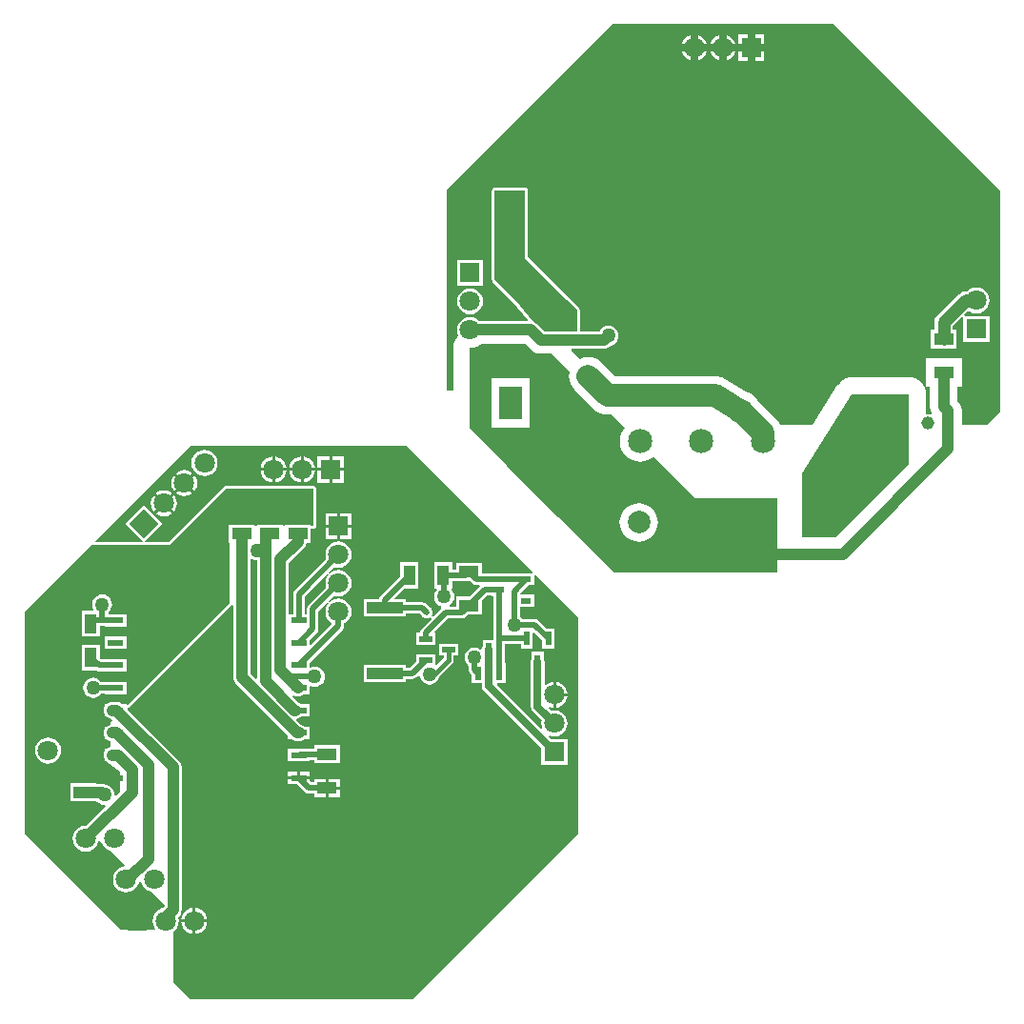
<source format=gtl>
G04 Layer_Physical_Order=1*
G04 Layer_Color=255*
%FSLAX44Y44*%
%MOMM*%
G71*
G01*
G75*
%ADD10R,1.1572X0.5426*%
%ADD11R,1.1120X1.8034*%
%ADD12R,3.2004X1.0128*%
%ADD13R,0.4032X0.3556*%
%ADD14R,1.8034X1.1120*%
%ADD15R,0.9144X0.5588*%
%ADD16R,0.5680X1.2588*%
%ADD17R,1.4000X0.6000*%
%ADD18C,2.0000*%
%ADD19C,1.1000*%
%ADD20C,1.0000*%
%ADD21C,0.5000*%
%ADD22C,0.4000*%
%ADD23C,0.7000*%
%ADD24C,1.8000*%
%ADD25R,1.8000X1.8000*%
%ADD26P,2.5456X4X90.0*%
%ADD27R,1.8000X1.8000*%
%ADD28C,1.1684*%
%ADD29C,2.0000*%
%ADD30C,2.1590*%
%ADD31R,2.0000X2.0000*%
%ADD32R,2.0000X3.0000*%
%ADD33C,1.5000*%
%ADD34C,0.7000*%
%ADD35C,1.2700*%
G36*
X274360Y381697D02*
X272920Y379820D01*
X271757Y377012D01*
X271360Y374000D01*
X271757Y370987D01*
X272039Y370306D01*
X256366Y354634D01*
X255252Y352966D01*
X254861Y351000D01*
Y346540D01*
X252953D01*
Y362085D01*
X273403Y382536D01*
X274360Y381697D01*
D02*
G37*
G36*
X790000Y480000D02*
X725000Y415000D01*
X695000D01*
X695000Y471250D01*
X739517Y542000D01*
X790000D01*
Y480000D01*
D02*
G37*
G36*
X387443Y375858D02*
X399833D01*
X401824Y373866D01*
X403491Y372752D01*
X405458Y372361D01*
X408256D01*
X408782Y371091D01*
X399833Y362142D01*
X387443D01*
Y353139D01*
X382047D01*
X381867Y353488D01*
X381710Y354409D01*
X383340Y355660D01*
X384765Y357517D01*
X385661Y359679D01*
X385967Y362000D01*
X385661Y364321D01*
X384765Y366483D01*
X383469Y368173D01*
X383628Y368829D01*
X383990Y369443D01*
X384058D01*
Y375861D01*
X387443D01*
Y375858D01*
D02*
G37*
G36*
X454441Y581401D02*
X456948Y579478D01*
X459867Y578269D01*
X463000Y577856D01*
X472144D01*
X488344Y561656D01*
X488246Y561333D01*
X487917Y558000D01*
X488246Y554667D01*
X489218Y551463D01*
X490796Y548510D01*
X492921Y545921D01*
X509921Y528921D01*
X509921Y528921D01*
X512509Y526797D01*
X515463Y525218D01*
X518667Y524246D01*
X522000Y523918D01*
X526082D01*
X537905Y512095D01*
X536132Y509934D01*
X534480Y506843D01*
X533462Y503488D01*
X533119Y500000D01*
X533462Y496511D01*
X534480Y493157D01*
X536132Y490066D01*
X538356Y487356D01*
X541066Y485132D01*
X544157Y483480D01*
X547512Y482462D01*
X551000Y482119D01*
X554488Y482462D01*
X557843Y483480D01*
X560934Y485132D01*
X563095Y486905D01*
X600089Y449911D01*
X672919Y449911D01*
X672988Y384240D01*
X672091Y383341D01*
X528455D01*
X480898Y430898D01*
X479171Y432224D01*
X478497Y432503D01*
X432503Y478497D01*
X432224Y479171D01*
X430898Y480898D01*
X400000Y511796D01*
Y583123D01*
X403136Y583432D01*
X406153Y584346D01*
X408932Y585832D01*
X410473Y587096D01*
X448746D01*
X454441Y581401D01*
D02*
G37*
G36*
X455896Y384104D02*
X455370Y382834D01*
X442826D01*
Y382639D01*
X410557D01*
Y392058D01*
X387443D01*
Y386139D01*
X384058D01*
Y392557D01*
X367858D01*
Y369443D01*
X370010D01*
X370372Y368829D01*
X370531Y368173D01*
X369235Y366483D01*
X368339Y364321D01*
X368033Y362000D01*
X368339Y359679D01*
X369235Y357517D01*
X370660Y355660D01*
X372517Y354235D01*
X374078Y353588D01*
X373937Y352318D01*
X373937D01*
Y350711D01*
X367481Y344256D01*
X366306Y344694D01*
X366103Y345807D01*
X366255Y346034D01*
X366646Y348000D01*
X366255Y349967D01*
X366063Y350253D01*
Y352318D01*
X364456D01*
X361201Y355574D01*
X359534Y356688D01*
X357567Y357079D01*
X342542D01*
Y359544D01*
X333513D01*
X333027Y360717D01*
X341752Y369443D01*
X354142D01*
Y392557D01*
X337942D01*
Y380167D01*
X320366Y362592D01*
X319252Y360924D01*
X318978Y359544D01*
X305458D01*
Y344336D01*
X342542D01*
Y346801D01*
X355438D01*
X356951Y345289D01*
Y343682D01*
X358898D01*
X359540Y343252D01*
X361507Y342861D01*
X363474Y343252D01*
X363938Y343563D01*
X364892Y343373D01*
X365341Y342116D01*
X357046Y333821D01*
X355933Y332154D01*
X355541Y330187D01*
Y329778D01*
X352354D01*
Y319272D01*
X369006D01*
Y329778D01*
X369006D01*
X368576Y330816D01*
X380622Y342861D01*
X392958D01*
X394925Y343252D01*
X396592Y344366D01*
X398167Y345942D01*
X410557D01*
Y358332D01*
X415087Y362861D01*
X418950D01*
Y362666D01*
X420861D01*
Y323662D01*
X411120D01*
Y317648D01*
X410811Y317185D01*
X410533Y315792D01*
X409134Y315265D01*
X408483Y315765D01*
X406320Y316661D01*
X403999Y316966D01*
X401678Y316661D01*
X399516Y315765D01*
X397659Y314340D01*
X396234Y312483D01*
X395338Y310320D01*
X395033Y307999D01*
X395338Y305679D01*
X396234Y303516D01*
X397659Y301659D01*
X398861Y300737D01*
Y297001D01*
X399252Y295034D01*
X400366Y293367D01*
X401620Y292113D01*
Y285166D01*
X410342D01*
Y282500D01*
X410811Y280143D01*
X412145Y278145D01*
X463510Y226781D01*
Y212410D01*
X486590D01*
Y235490D01*
X472219D01*
X470227Y237482D01*
X470946Y238559D01*
X472037Y238107D01*
X475050Y237710D01*
X478063Y238107D01*
X480870Y239270D01*
X483280Y241120D01*
X485130Y243530D01*
X486293Y246338D01*
X486689Y249350D01*
X486293Y252362D01*
X485130Y255170D01*
X483280Y257580D01*
X480870Y259430D01*
X478063Y260593D01*
X475050Y260989D01*
X472461Y260649D01*
X470227Y262882D01*
X470946Y263959D01*
X472037Y263507D01*
X473780Y263278D01*
Y274750D01*
Y286222D01*
X472037Y285993D01*
X469230Y284830D01*
X467428Y283447D01*
X466158Y284074D01*
Y304000D01*
X465690Y306357D01*
X465380Y306820D01*
Y312834D01*
X454620D01*
Y306820D01*
X454310Y306357D01*
X453842Y304000D01*
Y264400D01*
X454310Y262043D01*
X455645Y260045D01*
X463751Y251940D01*
X463410Y249350D01*
X463807Y246338D01*
X464259Y245246D01*
X463182Y244527D01*
X423813Y283896D01*
X424339Y285166D01*
X431380D01*
Y302834D01*
X431139D01*
Y319689D01*
X445120D01*
Y315994D01*
X455880D01*
Y329521D01*
X457053Y330008D01*
X464120Y322941D01*
Y315994D01*
X474880D01*
Y333662D01*
X467933D01*
X460962Y340634D01*
X459295Y341748D01*
X457328Y342139D01*
X446261D01*
X445340Y343340D01*
X444138Y344262D01*
Y353166D01*
X457050D01*
Y363834D01*
X445335D01*
X444809Y365104D01*
X451871Y372166D01*
X457050D01*
Y381154D01*
X458320Y381680D01*
X496115Y343885D01*
Y150877D01*
X349123Y3885D01*
X151609D01*
X136120Y19373D01*
Y64599D01*
X137580Y65720D01*
X139430Y68130D01*
X140593Y70938D01*
X140990Y73950D01*
X140593Y76963D01*
X140542Y77087D01*
X141498Y78043D01*
X142707Y79618D01*
X143466Y81452D01*
X143726Y83420D01*
Y210543D01*
X143466Y212511D01*
X142707Y214345D01*
X141498Y215920D01*
X95528Y261890D01*
X95588Y262292D01*
X96028Y263186D01*
X96704Y263321D01*
X97545Y263882D01*
X187831Y354169D01*
X188125Y354608D01*
X189395Y354223D01*
Y290417D01*
X189654Y288448D01*
X190414Y286614D01*
X191622Y285039D01*
X238274Y238387D01*
Y235460D01*
X241251D01*
X242614Y234414D01*
X244448Y233654D01*
X246417Y233395D01*
X247814D01*
X249782Y233654D01*
X251616Y234414D01*
X252980Y235460D01*
X257354D01*
Y246540D01*
X252980D01*
X251616Y247586D01*
X249857Y248315D01*
X245913Y252259D01*
X246368Y253599D01*
X246782Y253654D01*
X248617Y254414D01*
X249980Y255460D01*
X257354D01*
Y266540D01*
X249980D01*
X248617Y267586D01*
X248110Y267796D01*
X242251Y273655D01*
X243090Y274612D01*
X243348Y274414D01*
X245182Y273654D01*
X247151Y273395D01*
X249119Y273654D01*
X250953Y274414D01*
X252317Y275460D01*
X257354D01*
Y281926D01*
X258624Y282775D01*
X259679Y282338D01*
X261999Y282033D01*
X264320Y282338D01*
X266483Y283234D01*
X268340Y284659D01*
X269765Y286516D01*
X270661Y288679D01*
X270966Y290999D01*
X270661Y293320D01*
X269765Y295483D01*
X268340Y297340D01*
X266483Y298765D01*
X264320Y299661D01*
X261999Y299966D01*
X259679Y299661D01*
X258624Y299224D01*
X257354Y300072D01*
Y303273D01*
X286634Y332552D01*
X287748Y334219D01*
X288139Y336186D01*
Y338238D01*
X288820Y338520D01*
X291230Y340370D01*
X293080Y342780D01*
X294243Y345588D01*
X294639Y348600D01*
X294243Y351613D01*
X293080Y354420D01*
X291230Y356830D01*
X288820Y358680D01*
X286012Y359843D01*
X283000Y360240D01*
X279988Y359843D01*
X277180Y358680D01*
X275303Y357240D01*
X274464Y358197D01*
X279306Y363039D01*
X279988Y362757D01*
X283000Y362360D01*
X286012Y362757D01*
X288820Y363920D01*
X291230Y365770D01*
X293080Y368180D01*
X294243Y370987D01*
X294639Y374000D01*
X294243Y377012D01*
X293080Y379820D01*
X291230Y382230D01*
X288820Y384080D01*
X286012Y385243D01*
X283000Y385639D01*
X279988Y385243D01*
X277180Y384080D01*
X275303Y382640D01*
X274464Y383596D01*
X279306Y388439D01*
X279988Y388157D01*
X283000Y387761D01*
X286012Y388157D01*
X288820Y389320D01*
X291230Y391170D01*
X293080Y393580D01*
X294243Y396387D01*
X294639Y399400D01*
X294243Y402413D01*
X293080Y405220D01*
X291230Y407630D01*
X288820Y409480D01*
X286012Y410643D01*
X283000Y411040D01*
X279988Y410643D01*
X277180Y409480D01*
X274770Y407630D01*
X272920Y405220D01*
X271757Y402413D01*
X271360Y399400D01*
X271757Y396387D01*
X272039Y395706D01*
X244180Y367848D01*
X243066Y366180D01*
X242675Y364214D01*
Y346540D01*
X238605D01*
Y391850D01*
X252378Y405622D01*
X253586Y407197D01*
X254346Y409032D01*
X254466Y409942D01*
X258557D01*
Y422410D01*
X261000D01*
X261991Y422607D01*
X262831Y423169D01*
X263393Y424009D01*
X263590Y425000D01*
Y458000D01*
X263393Y458991D01*
X262831Y459831D01*
X261991Y460393D01*
X261000Y460590D01*
X183000Y460590D01*
X182009Y460393D01*
X181169Y459831D01*
X131927Y410590D01*
X111706D01*
X111180Y411860D01*
X126360Y427039D01*
X110040Y443359D01*
X93720Y427039D01*
X108899Y411860D01*
X108373Y410590D01*
X67743Y410590D01*
X67257Y411763D01*
X151609Y496115D01*
X343885D01*
X455896Y384104D01*
D02*
G37*
G36*
X261000Y425000D02*
X258557D01*
Y426142D01*
X235443D01*
Y425000D01*
X233557D01*
Y426142D01*
X210443D01*
Y425000D01*
X208557D01*
Y426142D01*
X185443D01*
Y409942D01*
X186000D01*
Y356000D01*
X95713Y265713D01*
X94540Y266199D01*
Y266540D01*
X90829D01*
X89466Y267586D01*
X87632Y268346D01*
X85663Y268605D01*
X82000D01*
X80032Y268346D01*
X78197Y267586D01*
X76834Y266540D01*
X75460D01*
Y264863D01*
X75414Y264802D01*
X74654Y262968D01*
X74395Y261000D01*
X74654Y259032D01*
X75414Y257197D01*
X75460Y257137D01*
Y255460D01*
X76834D01*
X78197Y254414D01*
X80032Y253654D01*
X81646Y253442D01*
X82081Y252576D01*
X82125Y252125D01*
X80000Y250000D01*
Y248333D01*
X78197Y247586D01*
X76834Y246540D01*
X75460D01*
Y244863D01*
X75414Y244802D01*
X74654Y242968D01*
X74395Y241000D01*
X74654Y239032D01*
X75414Y237197D01*
X75460Y237137D01*
Y235460D01*
X76834D01*
X78197Y234414D01*
X80000Y233667D01*
Y228333D01*
X78197Y227586D01*
X76834Y226540D01*
X75460D01*
Y224863D01*
X75414Y224802D01*
X74654Y222968D01*
X74395Y221000D01*
X74654Y219032D01*
X75414Y217197D01*
X75460Y217137D01*
Y215460D01*
X76834D01*
X78197Y214414D01*
X80000Y213667D01*
Y212125D01*
X89000Y206500D01*
Y189151D01*
X85134Y185139D01*
X83930Y185720D01*
X83967Y186000D01*
X83661Y188321D01*
X82765Y190483D01*
X81340Y192340D01*
X79483Y193765D01*
X77321Y194661D01*
X76383Y194785D01*
X74926Y195388D01*
X72958Y195647D01*
X67557D01*
Y196142D01*
X44443D01*
Y179942D01*
X67557D01*
X67557Y179942D01*
X68698Y179630D01*
X70517Y178235D01*
X72679Y177339D01*
X75000Y177033D01*
X75641Y177118D01*
X76247Y175917D01*
X67913Y167269D01*
X59131Y158487D01*
X58350Y158590D01*
X55338Y158193D01*
X52530Y157030D01*
X50120Y155180D01*
X48270Y152770D01*
X47107Y149963D01*
X46710Y146950D01*
X47107Y143938D01*
X48270Y141130D01*
X50120Y138720D01*
X52530Y136870D01*
X55338Y135707D01*
X58350Y135310D01*
X61363Y135707D01*
X64170Y136870D01*
X66580Y138720D01*
X68430Y141130D01*
X69593Y143938D01*
X69693Y144696D01*
X70896Y145105D01*
X72821Y143179D01*
X73670Y141130D01*
X75520Y138720D01*
X77930Y136870D01*
X79979Y136021D01*
X92688Y123312D01*
X92280Y122109D01*
X91168Y121962D01*
X88361Y120800D01*
X85950Y118950D01*
X84100Y116539D01*
X82937Y113732D01*
X82541Y110720D01*
X82937Y107707D01*
X84100Y104900D01*
X85950Y102489D01*
X88361Y100639D01*
X91168Y99477D01*
X94180Y99080D01*
X97193Y99477D01*
X100000Y100639D01*
X102411Y102489D01*
X104261Y104900D01*
X105423Y107707D01*
X105548Y108656D01*
X106889Y109111D01*
X108369Y107631D01*
X109500Y104900D01*
X111350Y102489D01*
X113761Y100639D01*
X116492Y99508D01*
X128264Y87736D01*
Y86319D01*
X127259Y85314D01*
X126337Y85193D01*
X123530Y84030D01*
X121120Y82180D01*
X119270Y79770D01*
X118107Y76963D01*
X117710Y73950D01*
X118107Y70938D01*
X119270Y68130D01*
X120030Y67139D01*
X119469Y66000D01*
X89494D01*
X3885Y151609D01*
Y348391D01*
X63494Y408000D01*
X133000Y408000D01*
X183000Y458000D01*
X261000Y458000D01*
Y425000D01*
D02*
G37*
G36*
X871115Y723391D02*
Y526609D01*
X859506Y515000D01*
X836979D01*
Y527299D01*
X836566Y530431D01*
X835357Y533350D01*
X833434Y535857D01*
X833104Y536187D01*
Y548482D01*
X837017D01*
Y573602D01*
X804983D01*
Y548482D01*
X808896D01*
Y531174D01*
X809309Y528041D01*
X810518Y525122D01*
X810614Y524997D01*
X809813Y523954D01*
X809221Y524199D01*
X807033Y524487D01*
X806027Y524355D01*
X805073Y525192D01*
Y542000D01*
X804783Y544940D01*
X803925Y547768D01*
X802532Y550374D01*
X800658Y552658D01*
X798374Y554532D01*
X795768Y555925D01*
X792941Y556783D01*
X790000Y557073D01*
X739517D01*
X739311Y557052D01*
X739104Y557067D01*
X737841Y556908D01*
X736576Y556783D01*
X736378Y556723D01*
X736172Y556697D01*
X734965Y556294D01*
X733749Y555925D01*
X733566Y555827D01*
X733369Y555762D01*
X732264Y555132D01*
X731143Y554532D01*
X730983Y554401D01*
X730803Y554298D01*
X729842Y553465D01*
X728859Y552658D01*
X728727Y552497D01*
X728571Y552362D01*
X727792Y551357D01*
X726984Y550374D01*
X726887Y550191D01*
X726760Y550027D01*
X704720Y515000D01*
X675521D01*
X674403Y517090D01*
X672279Y519679D01*
X672279Y519679D01*
X656407Y535551D01*
X655668Y536934D01*
X653444Y539644D01*
X650734Y541868D01*
X647643Y543520D01*
X645380Y544206D01*
X626641Y555597D01*
X625461Y556165D01*
X624305Y556782D01*
X623954Y556889D01*
X623623Y557048D01*
X622354Y557374D01*
X621101Y557754D01*
X620736Y557790D01*
X620380Y557882D01*
X619072Y557954D01*
X617768Y558082D01*
X529075D01*
X517079Y570079D01*
X514490Y572203D01*
X511537Y573782D01*
X508332Y574754D01*
X505000Y575082D01*
X501667Y574754D01*
X498463Y573782D01*
X497857Y573458D01*
X490134Y581182D01*
X490620Y582355D01*
X518960D01*
X520928Y582614D01*
X521872Y583005D01*
X522762Y583374D01*
X524338Y584582D01*
X525060Y585304D01*
X525321Y585339D01*
X527483Y586235D01*
X529340Y587660D01*
X530765Y589517D01*
X531661Y591679D01*
X531967Y594000D01*
X531661Y596321D01*
X530765Y598483D01*
X529340Y600340D01*
X527483Y601765D01*
X525321Y602661D01*
X523000Y602967D01*
X520679Y602661D01*
X518517Y601765D01*
X516660Y600340D01*
X515235Y598483D01*
X514854Y597565D01*
X497590D01*
Y609000D01*
Y617000D01*
X497393Y617991D01*
X496831Y618831D01*
X487831Y627831D01*
X451590Y664073D01*
Y700000D01*
Y723000D01*
X451393Y723991D01*
X450831Y724831D01*
X449991Y725393D01*
X449000Y725590D01*
X422000D01*
X421009Y725393D01*
X420169Y724831D01*
X419607Y723991D01*
X419410Y723000D01*
Y644000D01*
X419607Y643009D01*
X420169Y642169D01*
X438086Y624252D01*
X451666Y607955D01*
X451128Y606805D01*
X408710D01*
X408230Y607430D01*
X405820Y609280D01*
X403013Y610443D01*
X400000Y610840D01*
X396987Y610443D01*
X394180Y609280D01*
X391770Y607430D01*
X389920Y605020D01*
X388757Y602212D01*
X388360Y599200D01*
X388757Y596188D01*
X389650Y594033D01*
X389342Y593781D01*
X388872Y593208D01*
X388349Y592685D01*
X387937Y592069D01*
X387468Y591497D01*
X387119Y590844D01*
X386707Y590228D01*
X386424Y589544D01*
X386075Y588891D01*
X385860Y588182D01*
X385576Y587498D01*
X385432Y586772D01*
X385217Y586063D01*
X385145Y585326D01*
X385000Y584600D01*
Y583859D01*
X384927Y583123D01*
Y545114D01*
X378885D01*
Y723391D01*
X526609Y871115D01*
X723391D01*
X871115Y723391D01*
D02*
G37*
G36*
X274360Y356297D02*
X272920Y354420D01*
X271757Y351613D01*
X271360Y348600D01*
X271757Y345588D01*
X272920Y342780D01*
X274770Y340370D01*
X276665Y338915D01*
X276921Y337374D01*
X258527Y318981D01*
X257354Y319466D01*
Y323273D01*
X263634Y329552D01*
X264748Y331219D01*
X265139Y333186D01*
Y348871D01*
X273403Y357136D01*
X274360Y356297D01*
D02*
G37*
G36*
X206517Y395235D02*
X208679Y394339D01*
X210395Y394113D01*
Y289436D01*
X209222Y288950D01*
X204605Y293567D01*
Y395101D01*
X205875Y395727D01*
X206517Y395235D01*
D02*
G37*
G36*
X449000Y700000D02*
Y663000D01*
X486000Y626000D01*
X495000Y617000D01*
Y609000D01*
Y597565D01*
X466150D01*
X459138Y604578D01*
X457562Y605786D01*
X456466Y606240D01*
X440000Y626000D01*
X422000Y644000D01*
Y723000D01*
X449000D01*
Y700000D01*
D02*
G37*
%LPC*%
G36*
X550000Y445082D02*
X546667Y444754D01*
X543463Y443782D01*
X540510Y442203D01*
X537921Y440079D01*
X535797Y437490D01*
X534218Y434537D01*
X533246Y431333D01*
X532918Y428000D01*
X533246Y424667D01*
X534218Y421463D01*
X535797Y418510D01*
X537921Y415921D01*
X540510Y413797D01*
X543463Y412218D01*
X546667Y411246D01*
X550000Y410918D01*
X553333Y411246D01*
X556537Y412218D01*
X559490Y413797D01*
X562079Y415921D01*
X564203Y418510D01*
X565782Y421463D01*
X566754Y424667D01*
X567082Y428000D01*
X566754Y431333D01*
X565782Y434537D01*
X564203Y437490D01*
X562079Y440079D01*
X559490Y442203D01*
X556537Y443782D01*
X553333Y444754D01*
X550000Y445082D01*
D02*
G37*
G36*
X453000Y556000D02*
X419000D01*
Y512000D01*
X453000D01*
Y556000D01*
D02*
G37*
G36*
X128000Y443204D02*
X120786Y435990D01*
X122180Y434920D01*
X124987Y433757D01*
X128000Y433360D01*
X131012Y433757D01*
X133820Y434920D01*
X135214Y435990D01*
X128000Y443204D01*
D02*
G37*
G36*
X294540Y436340D02*
X284270D01*
Y426070D01*
X294540D01*
Y436340D01*
D02*
G37*
G36*
X118990Y452214D02*
X117920Y450820D01*
X116757Y448013D01*
X116360Y445000D01*
X116757Y441987D01*
X117920Y439180D01*
X118990Y437786D01*
X126204Y445000D01*
X118990Y452214D01*
D02*
G37*
G36*
X137010D02*
X129796Y445000D01*
X137010Y437786D01*
X138080Y439180D01*
X139243Y441987D01*
X139640Y445000D01*
X139243Y448013D01*
X138080Y450820D01*
X137010Y452214D01*
D02*
G37*
G36*
X281730Y423530D02*
X271460D01*
Y413260D01*
X281730D01*
Y423530D01*
D02*
G37*
G36*
Y436340D02*
X271460D01*
Y426070D01*
X281730D01*
Y436340D01*
D02*
G37*
G36*
X294540Y423530D02*
X284270D01*
Y413260D01*
X294540D01*
Y423530D01*
D02*
G37*
G36*
X284557Y200142D02*
X274270D01*
Y193312D01*
X284557D01*
Y200142D01*
D02*
G37*
G36*
Y190772D02*
X274270D01*
Y183942D01*
X284557D01*
Y190772D01*
D02*
G37*
G36*
X246544Y206544D02*
X238274D01*
Y202274D01*
X246544D01*
Y206544D01*
D02*
G37*
G36*
X271730Y200142D02*
X261443D01*
Y197181D01*
X258905D01*
X257354Y198731D01*
Y199734D01*
X247814D01*
X238274D01*
Y195464D01*
X246087D01*
X253142Y188408D01*
X254809Y187294D01*
X256776Y186903D01*
X261443D01*
Y183942D01*
X271730D01*
Y192042D01*
Y200142D01*
D02*
G37*
G36*
X166222Y72680D02*
X156020D01*
Y62478D01*
X157762Y62707D01*
X160570Y63870D01*
X162980Y65720D01*
X164830Y68130D01*
X165993Y70938D01*
X166222Y72680D01*
D02*
G37*
G36*
X153480D02*
X143278D01*
X143507Y70938D01*
X144670Y68130D01*
X146520Y65720D01*
X148930Y63870D01*
X151737Y62707D01*
X153480Y62478D01*
Y72680D01*
D02*
G37*
G36*
X156020Y85422D02*
Y75220D01*
X166222D01*
X165993Y76963D01*
X164830Y79770D01*
X162980Y82180D01*
X160570Y84030D01*
X157762Y85193D01*
X156020Y85422D01*
D02*
G37*
G36*
X153480D02*
X151737Y85193D01*
X148930Y84030D01*
X146520Y82180D01*
X144670Y79770D01*
X143507Y76963D01*
X143278Y75220D01*
X153480D01*
Y85422D01*
D02*
G37*
G36*
X476320Y286222D02*
Y276020D01*
X486522D01*
X486293Y277763D01*
X485130Y280570D01*
X483280Y282980D01*
X480870Y284830D01*
X478063Y285993D01*
X476320Y286222D01*
D02*
G37*
G36*
X389326Y320253D02*
X372674D01*
Y309747D01*
X376371D01*
Y307917D01*
X370179Y301726D01*
X369006Y302212D01*
Y310728D01*
X352354D01*
Y304729D01*
X346824Y299199D01*
X342542D01*
Y301664D01*
X305458D01*
Y286456D01*
X342542D01*
Y288921D01*
X348952D01*
X350919Y289312D01*
X352586Y290426D01*
X354032Y291873D01*
X355235Y291465D01*
X355338Y290679D01*
X356234Y288516D01*
X357659Y286659D01*
X359516Y285234D01*
X361679Y284338D01*
X363999Y284033D01*
X366320Y284338D01*
X368483Y285234D01*
X370340Y286659D01*
X371765Y288516D01*
X372660Y290679D01*
X372727Y291180D01*
X384273Y302727D01*
X384273Y302727D01*
X385277Y304229D01*
X385629Y306000D01*
X385629Y306000D01*
Y309747D01*
X389326D01*
Y320253D01*
D02*
G37*
G36*
X257354Y206544D02*
X249084D01*
Y202274D01*
X257354D01*
Y206544D01*
D02*
G37*
G36*
X486522Y273480D02*
X476320D01*
Y263278D01*
X478063Y263507D01*
X480870Y264670D01*
X483280Y266520D01*
X485130Y268930D01*
X486293Y271737D01*
X486522Y273480D01*
D02*
G37*
G36*
X284557Y230058D02*
X261443D01*
Y227097D01*
X248772D01*
X246805Y226706D01*
X246558Y226540D01*
X238274D01*
Y215460D01*
X257354D01*
Y216819D01*
X261443D01*
Y213858D01*
X284557D01*
Y230058D01*
D02*
G37*
G36*
X226520Y486522D02*
Y476320D01*
X236722D01*
X236493Y478063D01*
X235330Y480870D01*
X233480Y483280D01*
X231070Y485130D01*
X228263Y486293D01*
X226520Y486522D01*
D02*
G37*
G36*
X287590Y473780D02*
X277320D01*
Y463510D01*
X287590D01*
Y473780D01*
D02*
G37*
G36*
X274780D02*
X264510D01*
Y463510D01*
X274780D01*
Y473780D01*
D02*
G37*
G36*
X249380D02*
X239178D01*
X239407Y472037D01*
X240570Y469230D01*
X242420Y466820D01*
X244830Y464970D01*
X247638Y463807D01*
X249380Y463578D01*
Y473780D01*
D02*
G37*
G36*
X223980D02*
X213778D01*
X214007Y472037D01*
X215170Y469230D01*
X217020Y466820D01*
X219430Y464970D01*
X222237Y463807D01*
X223980Y463578D01*
Y473780D01*
D02*
G37*
G36*
X145961Y461165D02*
X138746Y453950D01*
X140141Y452880D01*
X142948Y451718D01*
X145961Y451321D01*
X148973Y451718D01*
X151780Y452880D01*
X153175Y453950D01*
X145961Y461165D01*
D02*
G37*
G36*
X128000Y456640D02*
X124987Y456243D01*
X122180Y455080D01*
X120786Y454010D01*
X128000Y446796D01*
X135214Y454010D01*
X133820Y455080D01*
X131012Y456243D01*
X128000Y456640D01*
D02*
G37*
G36*
X136950Y470175D02*
X135880Y468780D01*
X134718Y465973D01*
X134321Y462961D01*
X134718Y459948D01*
X135880Y457141D01*
X136950Y455746D01*
X144164Y462961D01*
X136950Y470175D01*
D02*
G37*
G36*
X154971Y470175D02*
X147757Y462961D01*
X154971Y455746D01*
X156041Y457141D01*
X157203Y459948D01*
X157600Y462961D01*
X157203Y465973D01*
X156041Y468780D01*
X154971Y470175D01*
D02*
G37*
G36*
X236722Y473780D02*
X226520D01*
Y463578D01*
X228263Y463807D01*
X231070Y464970D01*
X233480Y466820D01*
X235330Y469230D01*
X236493Y472037D01*
X236722Y473780D01*
D02*
G37*
G36*
X223980Y486522D02*
X222237Y486293D01*
X219430Y485130D01*
X217020Y483280D01*
X215170Y480870D01*
X214007Y478063D01*
X213778Y476320D01*
X223980D01*
Y486522D01*
D02*
G37*
G36*
X249380D02*
X247638Y486293D01*
X244830Y485130D01*
X242420Y483280D01*
X240570Y480870D01*
X239407Y478063D01*
X239178Y476320D01*
X249380D01*
Y486522D01*
D02*
G37*
G36*
X251920Y486522D02*
Y476320D01*
X262122D01*
X261893Y478063D01*
X260730Y480870D01*
X258880Y483280D01*
X256470Y485130D01*
X253663Y486293D01*
X251920Y486522D01*
D02*
G37*
G36*
X287590Y486590D02*
X277320D01*
Y476320D01*
X287590D01*
Y486590D01*
D02*
G37*
G36*
X145961Y474600D02*
X142948Y474203D01*
X140141Y473041D01*
X138746Y471971D01*
X145961Y464757D01*
X153175Y471971D01*
X151780Y473041D01*
X148973Y474203D01*
X145961Y474600D01*
D02*
G37*
G36*
X262122Y473780D02*
X251920D01*
Y463578D01*
X253663Y463807D01*
X256470Y464970D01*
X258880Y466820D01*
X260730Y469230D01*
X261893Y472037D01*
X262122Y473780D01*
D02*
G37*
G36*
X274780Y486590D02*
X264510D01*
Y476320D01*
X274780D01*
Y486590D01*
D02*
G37*
G36*
X163921Y492561D02*
X160909Y492164D01*
X158101Y491001D01*
X155691Y489151D01*
X153841Y486741D01*
X152678Y483934D01*
X152282Y480921D01*
X152678Y477909D01*
X153841Y475101D01*
X155691Y472691D01*
X158101Y470841D01*
X160909Y469678D01*
X163921Y469282D01*
X166934Y469678D01*
X169741Y470841D01*
X172151Y472691D01*
X174001Y475101D01*
X175164Y477909D01*
X175561Y480921D01*
X175164Y483934D01*
X174001Y486741D01*
X172151Y489151D01*
X169741Y491001D01*
X166934Y492164D01*
X163921Y492561D01*
D02*
G37*
G36*
X73000Y363967D02*
X70679Y363661D01*
X68517Y362765D01*
X66660Y361340D01*
X65235Y359483D01*
X64339Y357321D01*
X64033Y355000D01*
X64339Y352679D01*
X65106Y350827D01*
X64535Y349557D01*
X54858D01*
Y326443D01*
X71058D01*
Y335861D01*
X75460D01*
Y335460D01*
X94540D01*
Y346540D01*
X79112D01*
X78887Y346770D01*
X78995Y348395D01*
X79340Y348660D01*
X80765Y350517D01*
X81661Y352679D01*
X81967Y355000D01*
X81661Y357321D01*
X80765Y359483D01*
X79340Y361340D01*
X77483Y362765D01*
X75321Y363661D01*
X73000Y363967D01*
D02*
G37*
G36*
X94540Y326540D02*
X75460D01*
Y315460D01*
X94540D01*
Y326540D01*
D02*
G37*
G36*
X65000Y289967D02*
X62679Y289661D01*
X60517Y288765D01*
X58660Y287340D01*
X57235Y285483D01*
X56339Y283321D01*
X56033Y281000D01*
X56339Y278679D01*
X57235Y276517D01*
X58660Y274660D01*
X60517Y273235D01*
X62679Y272339D01*
X65000Y272033D01*
X67321Y272339D01*
X69483Y273235D01*
X71340Y274660D01*
X72263Y275861D01*
X75460D01*
Y275460D01*
X94540D01*
Y286540D01*
X75460D01*
Y286139D01*
X72263D01*
X71340Y287340D01*
X69483Y288765D01*
X67321Y289661D01*
X65000Y289967D01*
D02*
G37*
G36*
X71058Y319557D02*
X54858D01*
Y296443D01*
X67706D01*
X67991Y296252D01*
X69958Y295861D01*
X75460D01*
Y295460D01*
X94540D01*
Y306540D01*
X75460D01*
Y306139D01*
X72087D01*
X71058Y307167D01*
Y319557D01*
D02*
G37*
G36*
X24950Y236890D02*
X21937Y236493D01*
X19130Y235330D01*
X16720Y233480D01*
X14870Y231070D01*
X13707Y228263D01*
X13311Y225250D01*
X13707Y222237D01*
X14870Y219430D01*
X16720Y217020D01*
X19130Y215170D01*
X21937Y214007D01*
X24950Y213610D01*
X27963Y214007D01*
X30770Y215170D01*
X33180Y217020D01*
X35030Y219430D01*
X36193Y222237D01*
X36590Y225250D01*
X36193Y228263D01*
X35030Y231070D01*
X33180Y233480D01*
X30770Y235330D01*
X27963Y236493D01*
X24950Y236890D01*
D02*
G37*
G36*
X646500Y846500D02*
X638460D01*
Y838460D01*
X646500D01*
Y846500D01*
D02*
G37*
G36*
X411540Y661540D02*
X388460D01*
Y638460D01*
X411540D01*
Y661540D01*
D02*
G37*
G36*
X595700Y846500D02*
X588159D01*
X589120Y844180D01*
X590970Y841770D01*
X593380Y839920D01*
X595700Y838959D01*
Y846500D01*
D02*
G37*
G36*
X661540D02*
X653500D01*
Y838460D01*
X661540D01*
Y846500D01*
D02*
G37*
G36*
X850000Y637039D02*
X846987Y636643D01*
X844180Y635480D01*
X841770Y633630D01*
X841677Y633509D01*
X840400D01*
X838301Y633233D01*
X836345Y632423D01*
X834666Y631134D01*
X815266Y611734D01*
X813977Y610055D01*
X813167Y608099D01*
X812891Y606000D01*
Y599058D01*
X809443D01*
Y582858D01*
X820929D01*
X821000Y582849D01*
X821071Y582858D01*
X832557D01*
Y599058D01*
X829109D01*
Y602641D01*
X837190Y610722D01*
X838460Y610196D01*
Y588460D01*
X861540D01*
Y611540D01*
X839804D01*
X839278Y612810D01*
X842827Y616358D01*
X844180Y615320D01*
X846987Y614157D01*
X850000Y613760D01*
X853012Y614157D01*
X855820Y615320D01*
X858230Y617170D01*
X860080Y619580D01*
X861243Y622388D01*
X861639Y625400D01*
X861243Y628413D01*
X860080Y631220D01*
X858230Y633630D01*
X855820Y635480D01*
X853012Y636643D01*
X850000Y637039D01*
D02*
G37*
G36*
X400000Y636240D02*
X396987Y635843D01*
X394180Y634680D01*
X391770Y632830D01*
X389920Y630420D01*
X388757Y627612D01*
X388360Y624600D01*
X388757Y621587D01*
X389920Y618780D01*
X391770Y616370D01*
X394180Y614520D01*
X396987Y613357D01*
X400000Y612960D01*
X403013Y613357D01*
X405820Y614520D01*
X408230Y616370D01*
X410080Y618780D01*
X411243Y621587D01*
X411640Y624600D01*
X411243Y627612D01*
X410080Y630420D01*
X408230Y632830D01*
X405820Y634680D01*
X403013Y635843D01*
X400000Y636240D01*
D02*
G37*
G36*
X621100Y846500D02*
X613559D01*
X614520Y844180D01*
X616370Y841770D01*
X618780Y839920D01*
X621100Y838959D01*
Y846500D01*
D02*
G37*
G36*
X661540Y861540D02*
X653500D01*
Y853500D01*
X661540D01*
Y861540D01*
D02*
G37*
G36*
X621100Y861041D02*
X618780Y860080D01*
X616370Y858230D01*
X614520Y855820D01*
X613559Y853500D01*
X621100D01*
Y861041D01*
D02*
G37*
G36*
X628100Y861041D02*
Y853500D01*
X635641D01*
X634680Y855820D01*
X632830Y858230D01*
X630420Y860080D01*
X628100Y861041D01*
D02*
G37*
G36*
X602700D02*
Y853500D01*
X610241D01*
X609280Y855820D01*
X607430Y858230D01*
X605020Y860080D01*
X602700Y861041D01*
D02*
G37*
G36*
X635641Y846500D02*
X628100D01*
Y838959D01*
X630420Y839920D01*
X632830Y841770D01*
X634680Y844180D01*
X635641Y846500D01*
D02*
G37*
G36*
X610241D02*
X602700D01*
Y838959D01*
X605020Y839920D01*
X607430Y841770D01*
X609280Y844180D01*
X610241Y846500D01*
D02*
G37*
G36*
X595700Y861041D02*
X593380Y860080D01*
X590970Y858230D01*
X589120Y855820D01*
X588159Y853500D01*
X595700D01*
Y861041D01*
D02*
G37*
G36*
X646500Y861540D02*
X638460D01*
Y853500D01*
X646500D01*
Y861540D01*
D02*
G37*
%LPD*%
D10*
X360680Y324525D02*
D03*
Y305475D02*
D03*
X381000Y315000D02*
D03*
D11*
X346042Y381000D02*
D03*
X375958D02*
D03*
X33042Y338000D02*
D03*
X62958D02*
D03*
X33042Y308000D02*
D03*
X62958D02*
D03*
D12*
X324000Y351940D02*
D03*
Y294060D02*
D03*
D13*
X361507Y348000D02*
D03*
X378493D02*
D03*
D14*
X247000Y447958D02*
D03*
Y418042D02*
D03*
X399000Y354042D02*
D03*
Y383958D02*
D03*
X821000Y590958D02*
D03*
Y561042D02*
D03*
X197000Y447958D02*
D03*
Y418042D02*
D03*
X222000Y447958D02*
D03*
Y418042D02*
D03*
X56000Y217958D02*
D03*
Y188042D02*
D03*
X273000Y221958D02*
D03*
Y192042D02*
D03*
D15*
X426062Y368000D02*
D03*
X449938Y377500D02*
D03*
Y358500D02*
D03*
D16*
X460000Y304000D02*
D03*
X450500Y324828D02*
D03*
X469500D02*
D03*
X416500Y314828D02*
D03*
X426000Y294000D02*
D03*
X407000D02*
D03*
D17*
X85000Y201004D02*
D03*
X247814Y201004D02*
D03*
Y341000D02*
D03*
X85000Y221000D02*
D03*
Y241000D02*
D03*
X85000Y261000D02*
D03*
X85000Y281000D02*
D03*
Y301000D02*
D03*
X85000Y321000D02*
D03*
X85000Y341000D02*
D03*
X247814Y221000D02*
D03*
Y241000D02*
D03*
X247814Y261000D02*
D03*
X247814Y281000D02*
D03*
X247814Y301000D02*
D03*
X247814Y321000D02*
D03*
D18*
X640800Y527000D02*
X660200Y507600D01*
Y500000D02*
Y507600D01*
X505000Y558000D02*
X522000Y541000D01*
X617768D01*
X640800Y527000D01*
D19*
X840400Y625400D02*
X850000D01*
X821000Y606000D02*
X840400Y625400D01*
X821000Y590958D02*
Y606000D01*
D20*
X197000Y290417D02*
Y413084D01*
Y290417D02*
X246417Y241000D01*
X211000Y403000D02*
X215000D01*
X218000Y406000D01*
X247000Y411000D02*
Y418042D01*
X231000Y395000D02*
X247000Y411000D01*
X231000Y297151D02*
Y395000D01*
X82000Y261000D02*
X85000D01*
X82000Y241000D02*
X85000D01*
X82000Y221000D02*
X85000D01*
X218000Y406000D02*
Y414042D01*
X222000Y418042D01*
X218000Y287151D02*
X244151Y261000D01*
X136120Y83420D02*
Y210543D01*
X518960Y589960D02*
X523000Y594000D01*
X463000Y589960D02*
X518960D01*
X244151Y261000D02*
X244814D01*
X85000Y261000D02*
X85663D01*
X85000Y241000D02*
X85663D01*
X114000Y212663D01*
X87194Y221000D02*
X99540Y208654D01*
X85000Y221000D02*
X87194D01*
X99540Y188140D02*
Y208654D01*
X246417Y241000D02*
X247814D01*
X237151Y290999D02*
X247151Y281000D01*
X231000Y297151D02*
X235151Y293000D01*
X58350Y146950D02*
X99540Y188140D01*
X114000Y129000D02*
Y212663D01*
X94180Y110720D02*
X95720D01*
X114000Y129000D01*
X128000Y75300D02*
X129350Y73950D01*
X56000Y188042D02*
X72958D01*
X75000Y186000D01*
X128000Y75300D02*
X136120Y83420D01*
X85663Y261000D02*
X136120Y210543D01*
X824875Y493642D02*
Y527299D01*
X821000Y531174D02*
X824875Y527299D01*
X821000Y531174D02*
Y561042D01*
X665000Y405000D02*
X670000Y400000D01*
X731233D01*
X824875Y493642D01*
X218000Y287151D02*
Y406000D01*
X453760Y599200D02*
X463000Y589960D01*
X400000Y599200D02*
X453760D01*
D21*
X62958Y338000D02*
X65958Y341000D01*
X62958Y308000D02*
X69958Y301000D01*
X85000D01*
X283000Y336186D02*
Y348600D01*
X247814Y301000D02*
X283000Y336186D01*
X260000Y333186D02*
Y351000D01*
X283000Y374000D01*
X247814Y321000D02*
X260000Y333186D01*
X247814Y341000D02*
Y364214D01*
X283000Y399400D01*
X360367Y305475D02*
X360680D01*
X348952Y294060D02*
X360367Y305475D01*
X324000Y294060D02*
X348952D01*
X360680Y330187D02*
X378493Y348000D01*
X360680Y324525D02*
Y330187D01*
X357567Y351940D02*
X361507Y348000D01*
X324000Y351940D02*
X357567D01*
X324000D02*
Y358958D01*
X399000Y354042D02*
X412958Y368000D01*
X426062D01*
X399000Y383958D02*
X405458Y377500D01*
X449938D01*
X396042Y381000D02*
X399000Y383958D01*
X375958Y381000D02*
X396042D01*
X392958Y348000D02*
X399000Y354042D01*
X378493Y348000D02*
X392958D01*
X324000Y358958D02*
X346042Y381000D01*
X375958D02*
X377000Y379958D01*
Y362000D02*
Y379958D01*
X438999Y336999D02*
Y366561D01*
X449938Y377500D01*
X426000Y367938D02*
X426062Y368000D01*
X426000Y324000D02*
Y367938D01*
X438999Y336999D02*
X439000Y337000D01*
X426828Y324828D02*
X450500D01*
X426000Y324000D02*
X426828Y324828D01*
X439000Y337000D02*
X457328D01*
X469500Y324828D01*
X426000Y294000D02*
Y324000D01*
X403999Y307999D02*
X404999D01*
X403999Y297001D02*
Y307999D01*
Y297001D02*
X407000Y294000D01*
X65000Y281000D02*
X81000D01*
X248772Y221958D02*
X273000D01*
X247814Y221000D02*
X248772Y221958D01*
X256776Y192042D02*
X273000D01*
X247814Y201004D02*
X256776Y192042D01*
X237151Y290999D02*
X261999D01*
X235151Y293000D02*
X237151Y290999D01*
X85000Y341000D02*
X85000Y341000D01*
X65958Y341000D02*
X73000D01*
Y355000D01*
Y341000D02*
X85000D01*
D22*
X363999Y292999D02*
X367999D01*
X381000Y306000D01*
Y315000D01*
D23*
X416500Y282500D02*
Y314828D01*
X460000Y264400D02*
Y304000D01*
X475050Y249350D02*
X476192D01*
X460000Y264400D02*
X475050Y249350D01*
X416500Y282500D02*
X475050Y223950D01*
D24*
X250650Y475050D02*
D03*
X225250D02*
D03*
X128000Y445000D02*
D03*
X145961Y462961D02*
D03*
X163921Y480921D02*
D03*
X283000Y399400D02*
D03*
Y374000D02*
D03*
Y348600D02*
D03*
X475050Y249350D02*
D03*
Y274750D02*
D03*
X624600Y850000D02*
D03*
X599200D02*
D03*
X400000Y624600D02*
D03*
Y599200D02*
D03*
X850000Y625400D02*
D03*
Y650800D02*
D03*
X24950Y250650D02*
D03*
Y225250D02*
D03*
X58350Y146950D02*
D03*
X83750D02*
D03*
X94180Y110720D02*
D03*
X119580D02*
D03*
X129350Y73950D02*
D03*
X154750D02*
D03*
D25*
X276050Y475050D02*
D03*
X650000Y850000D02*
D03*
X32950Y146950D02*
D03*
X68780Y110720D02*
D03*
X103950Y73950D02*
D03*
D26*
X110040Y427039D02*
D03*
D27*
X283000Y424800D02*
D03*
X475050Y223950D02*
D03*
X400000Y650000D02*
D03*
X850000Y600000D02*
D03*
X24950Y276050D02*
D03*
D28*
X807033Y516033D02*
D03*
X754000Y463000D02*
D03*
D29*
X657000Y428000D02*
D03*
X707000D02*
D03*
X550000D02*
D03*
X600000D02*
D03*
D30*
X660200Y500000D02*
D03*
X605600D02*
D03*
X551000D02*
D03*
X750000Y527000D02*
D03*
X695400D02*
D03*
X640800D02*
D03*
D31*
X435000Y738000D02*
D03*
X435000Y713000D02*
D03*
D32*
X436000Y534000D02*
D03*
Y571000D02*
D03*
D33*
X505000Y558000D02*
D03*
D34*
X166000Y458000D02*
D03*
X521000Y579000D02*
D03*
X545000Y580000D02*
D03*
X508000Y615000D02*
D03*
X503000Y713000D02*
D03*
X497000Y642000D02*
D03*
X508000Y627000D02*
D03*
X130000Y420000D02*
D03*
X90000D02*
D03*
X170000Y320000D02*
D03*
X150000Y300000D02*
D03*
X130000Y280000D02*
D03*
X290000Y220000D02*
D03*
X273000Y205000D02*
D03*
X289000Y192000D02*
D03*
X273000Y179000D02*
D03*
X248000Y210000D02*
D03*
X247000Y184000D02*
D03*
X230000Y200000D02*
D03*
Y220000D02*
D03*
X290000Y250000D02*
D03*
Y280000D02*
D03*
Y310000D02*
D03*
X310000D02*
D03*
Y330000D02*
D03*
Y380000D02*
D03*
Y400000D02*
D03*
X273000Y254000D02*
D03*
X474000Y601000D02*
D03*
Y610000D02*
D03*
X483000Y601000D02*
D03*
Y610000D02*
D03*
X325000Y310000D02*
D03*
Y330000D02*
D03*
Y400000D02*
D03*
Y380000D02*
D03*
D35*
X211000Y403000D02*
D03*
X363999Y292999D02*
D03*
X377000Y362000D02*
D03*
X438999Y336999D02*
D03*
X403999Y307999D02*
D03*
X523000Y594000D02*
D03*
X65000Y281000D02*
D03*
X261999Y290999D02*
D03*
X73000Y355000D02*
D03*
X75000Y186000D02*
D03*
M02*

</source>
